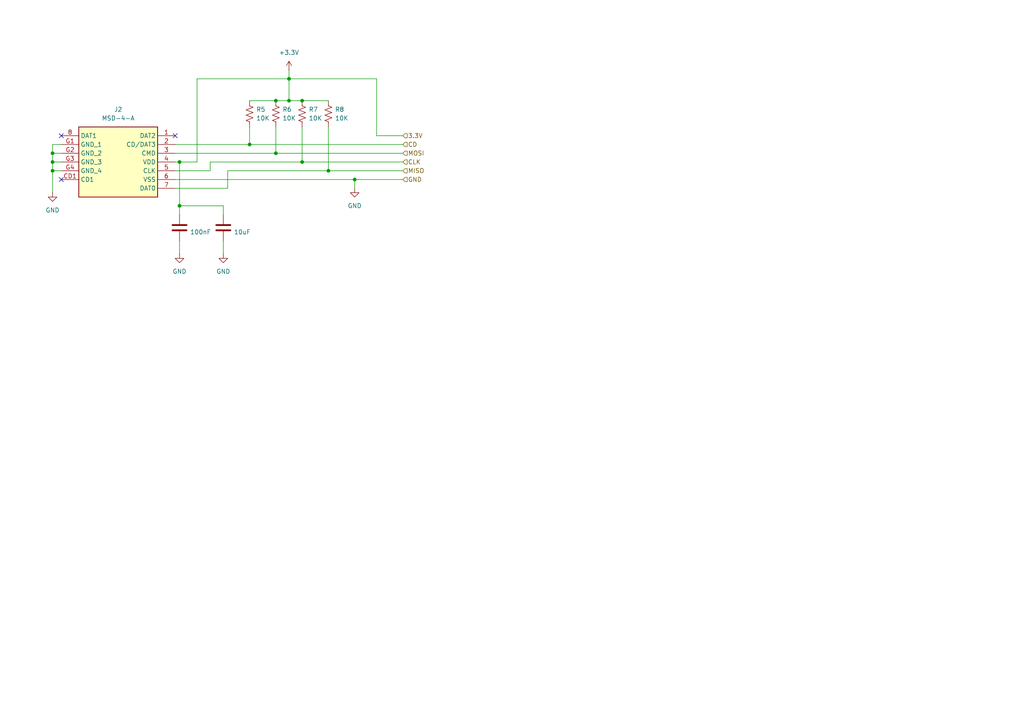
<source format=kicad_sch>
(kicad_sch (version 20231120) (generator "eeschema") (generator_version "8.0")
  (paper "A4")
  (lib_symbols
    (symbol "Device:C" (pin_numbers hide) (pin_names (offset 0.254))
      (property "Reference" "C" (at 0.635 2.54 0))
      (property "Value" "C" (at 0.635 -2.54 0))
      (symbol "C_0_1"
        (polyline (pts (xy -2.032 -0.762) (xy 2.032 -0.762)) (stroke (width 0.508)))
        (polyline (pts (xy -2.032 0.762) (xy 2.032 0.762)) (stroke (width 0.508)))
      )
      (symbol "C_1_1"
        (pin passive line (at 0 3.81 270) (length 2.794) (name "~") (number "1"))
        (pin passive line (at 0 -3.81 90) (length 2.794) (name "~") (number "2"))
      )
    )
    (symbol "Device:R_US" (pin_numbers hide) (pin_names (offset 0))
      (property "Reference" "R" (at 2.54 0 90))
      (property "Value" "R_US" (at -2.54 0 90))
      (symbol "R_US_0_1"
        (polyline (pts (xy 0 -2.286) (xy 0 -2.54)))
        (polyline (pts (xy 0 2.286) (xy 0 2.54)))
        (polyline (pts (xy 0 -0.762) (xy 1.016 -1.143) (xy 0 -1.524) (xy -1.016 -1.905) (xy 0 -2.286)))
        (polyline (pts (xy 0 0.762) (xy 1.016 0.381) (xy 0 0) (xy -1.016 -0.381) (xy 0 -0.762)))
        (polyline (pts (xy 0 2.286) (xy 1.016 1.905) (xy 0 1.524) (xy -1.016 1.143) (xy 0 0.762)))
      )
      (symbol "R_US_1_1"
        (pin passive line (at 0 3.81 270) (length 1.27) (name "~") (number "1"))
        (pin passive line (at 0 -3.81 90) (length 1.27) (name "~") (number "2"))
      )
    )
    (symbol "MSD-4-A:MSD-4-A"
      (property "Reference" "J" (at 29.21 7.62 0))
      (property "Value" "MSD-4-A" (at 29.21 5.08 0))
      (symbol "MSD-4-A_1_1"
        (rectangle (start 5.08 2.54) (end 27.94 -17.78) (stroke (width 0.254)) (fill (type background)))
        (pin passive line (at 0 0 0) (length 5.08) (name "DAT2") (number "1"))
        (pin passive line (at 0 -2.54 0) (length 5.08) (name "CD/DAT3") (number "2"))
        (pin passive line (at 0 -5.08 0) (length 5.08) (name "CMD") (number "3"))
        (pin passive line (at 0 -7.62 0) (length 5.08) (name "VDD") (number "4"))
        (pin passive line (at 0 -10.16 0) (length 5.08) (name "CLK") (number "5"))
        (pin passive line (at 0 -12.7 0) (length 5.08) (name "VSS") (number "6"))
        (pin passive line (at 0 -15.24 0) (length 5.08) (name "DAT0") (number "7"))
        (pin passive line (at 33.02 0 180) (length 5.08) (name "DAT1") (number "8"))
        (pin passive line (at 33.02 -12.7 180) (length 5.08) (name "CD1") (number "CD1"))
        (pin passive line (at 33.02 -2.54 180) (length 5.08) (name "GND_1") (number "G1"))
        (pin passive line (at 33.02 -5.08 180) (length 5.08) (name "GND_2") (number "G2"))
        (pin passive line (at 33.02 -7.62 180) (length 5.08) (name "GND_3") (number "G3"))
        (pin passive line (at 33.02 -10.16 180) (length 5.08) (name "GND_4") (number "G4"))
      )
    )
    (symbol "power:+3.3V" (power) (pin_numbers hide) (pin_names (offset 0) hide)
      (property "Value" "+3.3V" (at 0 3.556 0))
      (symbol "+3.3V_0_1"
        (polyline (pts (xy -0.762 1.27) (xy 0 2.54)))
        (polyline (pts (xy 0 0) (xy 0 2.54)))
        (polyline (pts (xy 0 2.54) (xy 0.762 1.27)))
      )
      (symbol "+3.3V_1_1"
        (pin power_in line (at 0 0 90) (length 0) (name "~") (number "1"))
      )
    )
    (symbol "power:GND" (power) (pin_numbers hide) (pin_names (offset 0) hide)
      (property "Value" "GND" (at 0 -3.81 0))
      (symbol "GND_0_1"
        (polyline (pts (xy 0 0) (xy 0 -1.27) (xy 1.27 -1.27) (xy 0 -2.54) (xy -1.27 -1.27) (xy 0 -1.27)))
      )
      (symbol "GND_1_1"
        (pin power_in line (at 0 0 270) (length 0) (name "~") (number "1"))
      )
    )
  )
  (junction (at 83.82 29.21))
  (junction (at 15.24 44.45))
  (junction (at 87.63 29.21))
  (junction (at 15.24 49.53))
  (junction (at 80.01 29.21))
  (junction (at 95.25 49.53))
  (junction (at 72.39 41.91))
  (junction (at 52.07 59.69))
  (junction (at 87.63 46.99))
  (junction (at 52.07 46.99))
  (junction (at 102.87 52.07))
  (junction (at 80.01 44.45))
  (junction (at 15.24 46.99))
  (junction (at 83.82 22.86))
  (no_connect (at 17.78 39.37))
  (no_connect (at 50.8 39.37))
  (no_connect (at 17.78 52.07))
  (wire (pts (xy 83.82 22.86) (xy 57.15 22.86)))
  (wire (pts (xy 72.39 29.21) (xy 80.01 29.21)))
  (wire (pts (xy 50.8 52.07) (xy 102.87 52.07)))
  (wire (pts (xy 64.77 69.85) (xy 64.77 73.66)))
  (wire (pts (xy 116.84 49.53) (xy 95.25 49.53)))
  (wire (pts (xy 83.82 22.86) (xy 83.82 29.21)))
  (wire (pts (xy 15.24 49.53) (xy 17.78 49.53)))
  (wire (pts (xy 102.87 52.07) (xy 116.84 52.07)))
  (wire (pts (xy 50.8 44.45) (xy 80.01 44.45)))
  (wire (pts (xy 60.96 46.99) (xy 60.96 49.53)))
  (wire (pts (xy 72.39 36.83) (xy 72.39 41.91)))
  (wire (pts (xy 52.07 59.69) (xy 64.77 59.69)))
  (wire (pts (xy 50.8 46.99) (xy 52.07 46.99)))
  (wire (pts (xy 15.24 46.99) (xy 17.78 46.99)))
  (wire (pts (xy 72.39 41.91) (xy 116.84 41.91)))
  (wire (pts (xy 109.22 39.37) (xy 109.22 22.86)))
  (wire (pts (xy 80.01 36.83) (xy 80.01 44.45)))
  (wire (pts (xy 83.82 29.21) (xy 87.63 29.21)))
  (wire (pts (xy 83.82 20.32) (xy 83.82 22.86)))
  (wire (pts (xy 15.24 49.53) (xy 15.24 46.99)))
  (wire (pts (xy 102.87 54.61) (xy 102.87 52.07)))
  (wire (pts (xy 87.63 29.21) (xy 95.25 29.21)))
  (wire (pts (xy 15.24 44.45) (xy 15.24 41.91)))
  (wire (pts (xy 80.01 29.21) (xy 83.82 29.21)))
  (wire (pts (xy 87.63 46.99) (xy 60.96 46.99)))
  (wire (pts (xy 15.24 55.88) (xy 15.24 49.53)))
  (wire (pts (xy 116.84 39.37) (xy 109.22 39.37)))
  (wire (pts (xy 109.22 22.86) (xy 83.82 22.86)))
  (wire (pts (xy 66.04 49.53) (xy 66.04 54.61)))
  (wire (pts (xy 57.15 22.86) (xy 57.15 46.99)))
  (wire (pts (xy 95.25 36.83) (xy 95.25 49.53)))
  (wire (pts (xy 15.24 41.91) (xy 17.78 41.91)))
  (wire (pts (xy 15.24 46.99) (xy 15.24 44.45)))
  (wire (pts (xy 116.84 46.99) (xy 87.63 46.99)))
  (wire (pts (xy 87.63 36.83) (xy 87.63 46.99)))
  (wire (pts (xy 52.07 46.99) (xy 52.07 59.69)))
  (wire (pts (xy 66.04 54.61) (xy 50.8 54.61)))
  (wire (pts (xy 50.8 49.53) (xy 60.96 49.53)))
  (wire (pts (xy 50.8 41.91) (xy 72.39 41.91)))
  (wire (pts (xy 52.07 59.69) (xy 52.07 62.23)))
  (wire (pts (xy 64.77 62.23) (xy 64.77 59.69)))
  (wire (pts (xy 52.07 69.85) (xy 52.07 73.66)))
  (wire (pts (xy 57.15 46.99) (xy 52.07 46.99)))
  (wire (pts (xy 80.01 44.45) (xy 116.84 44.45)))
  (wire (pts (xy 15.24 44.45) (xy 17.78 44.45)))
  (wire (pts (xy 95.25 49.53) (xy 66.04 49.53)))
  (hierarchical_label "3.3V" (shape input) (at 116.84 39.37 0))
  (hierarchical_label "MOSI" (shape input) (at 116.84 44.45 0))
  (hierarchical_label "GND" (shape input) (at 116.84 52.07 0))
  (hierarchical_label "CD" (shape input) (at 116.84 41.91 0))
  (hierarchical_label "CLK" (shape input) (at 116.84 46.99 0))
  (hierarchical_label "MISO" (shape input) (at 116.84 49.53 0))
  (symbol (lib_id "Device:C") (at 52.07 66.04 0) (unit 1)
    (property "Reference" "C3" (effects (hide yes)))
    (property "Value" "100nF" (at 55.118 67.31 0) (effects (justify left)))
    (property "Footprint" "Capacitor_SMD:C_0504_1310Metric_Pad0.83x1.28mm_HandSolder" (effects (hide yes)))
    (property "Description" "Unpolarized capacitor" (effects (hide yes)))
  )
  (symbol (lib_id "Device:R_US") (at 80.01 33.02 180) (unit 1)
    (property "Reference" "R6" (at 81.915 31.7499 0) (effects (justify right)))
    (property "Value" "10K" (at 81.915 34.2899 0) (effects (justify right)))
    (property "Footprint" "Resistor_SMD:R_0402_1005Metric_Pad0.72x0.64mm_HandSolder" (effects (hide yes)))
    (property "Description" "Resistor, US symbol" (effects (hide yes)))
  )
  (symbol (lib_id "Device:R_US") (at 87.63 33.02 180) (unit 1)
    (property "Reference" "R7" (at 89.535 31.7499 0) (effects (justify right)))
    (property "Value" "10K" (at 89.535 34.2899 0) (effects (justify right)))
    (property "Footprint" "Resistor_SMD:R_0402_1005Metric_Pad0.72x0.64mm_HandSolder" (effects (hide yes)))
    (property "Description" "Resistor, US symbol" (effects (hide yes)))
  )
  (symbol (lib_id "Device:C") (at 64.77 66.04 0) (unit 1)
    (property "Reference" "C4" (effects (hide yes)))
    (property "Value" "10uF" (at 67.818 67.31 0) (effects (justify left)))
    (property "Footprint" "Capacitor_SMD:C_0504_1310Metric_Pad0.83x1.28mm_HandSolder" (effects (hide yes)))
    (property "Description" "Unpolarized capacitor" (effects (hide yes)))
  )
  (symbol (lib_id "power:GND") (at 15.24 55.88 0) (unit 1)
    (property "Reference" "#PWR06" (effects (hide yes)))
    (property "Value" "GND" (at 15.24 60.96 0))
    (property "Description" "Power symbol creates a global label with name \"GND\" , ground" (effects (hide yes)))
  )
  (symbol (lib_id "Device:R_US") (at 95.25 33.02 180) (unit 1)
    (property "Reference" "R8" (at 97.155 31.7499 0) (effects (justify right)))
    (property "Value" "10K" (at 97.155 34.2899 0) (effects (justify right)))
    (property "Footprint" "Resistor_SMD:R_0402_1005Metric_Pad0.72x0.64mm_HandSolder" (effects (hide yes)))
    (property "Description" "Resistor, US symbol" (effects (hide yes)))
  )
  (symbol (lib_id "MSD-4-A:MSD-4-A") (at 50.8 39.37 0) (mirror y) (unit 1)
    (property "Reference" "J2" (at 34.29 31.75 0))
    (property "Value" "MSD-4-A" (at 34.29 34.29 0))
    (property "Footprint" "MSD4A" (effects (hide yes)))
    (property "Datasheet" "https://www.cuidevices.com/product/resource/pdf/msd-4-a.pdf" (effects (hide yes)))
    (property "Description" "Memory Card Connectors 9 Positions, Push In, Auto Eject Out, SMT, 1.8 mm Height Above Board," (effects (hide yes)))
    (property "Height" "2" (effects (hide yes)))
    (property "Mouser Part Number" "179-MSD-4-A" (effects (hide yes)))
    (property "Mouser Price/Stock" "https://www.mouser.co.uk/ProductDetail/CUI-Devices/MSD-4-A?qs=Z%252BL2brAPG1Jll%252BQTi%252Btupg%3D%3D" (effects (hide yes)))
    (property "Manufacturer_Name" "CUI Devices" (effects (hide yes)))
    (property "Manufacturer_Part_Number" "MSD-4-A" (effects (hide yes)))
  )
  (symbol (lib_id "Device:R_US") (at 72.39 33.02 0) (unit 1)
    (property "Reference" "R5" (at 74.295 31.7499 0) (effects (justify left)))
    (property "Value" "10K" (at 74.295 34.2899 0) (effects (justify left)))
    (property "Footprint" "Resistor_SMD:R_0402_1005Metric_Pad0.72x0.64mm_HandSolder" (effects (hide yes)))
    (property "Description" "Resistor, US symbol" (effects (hide yes)))
  )
  (symbol (lib_id "power:GND") (at 52.07 73.66 0) (unit 1)
    (property "Reference" "#PWR07" (effects (hide yes)))
    (property "Value" "GND" (at 52.07 78.74 0))
    (property "Description" "Power symbol creates a global label with name \"GND\" , ground" (effects (hide yes)))
  )
  (symbol (lib_id "power:GND") (at 64.77 73.66 0) (unit 1)
    (property "Reference" "#PWR08" (effects (hide yes)))
    (property "Value" "GND" (at 64.77 78.74 0))
    (property "Description" "Power symbol creates a global label with name \"GND\" , ground" (effects (hide yes)))
  )
  (symbol (lib_id "power:GND") (at 102.87 54.61 0) (unit 1)
    (property "Reference" "#PWR010" (effects (hide yes)))
    (property "Value" "GND" (at 102.87 59.69 0))
    (property "Description" "Power symbol creates a global label with name \"GND\" , ground" (effects (hide yes)))
  )
  (symbol (lib_id "power:+3.3V") (at 83.82 20.32 0) (unit 1)
    (property "Reference" "#PWR09" (effects (hide yes)))
    (property "Value" "+3.3V" (at 83.82 15.24 0))
    (property "Description" "Power symbol creates a global label with name \"+3.3V\"" (effects (hide yes)))
  )
)
</source>
